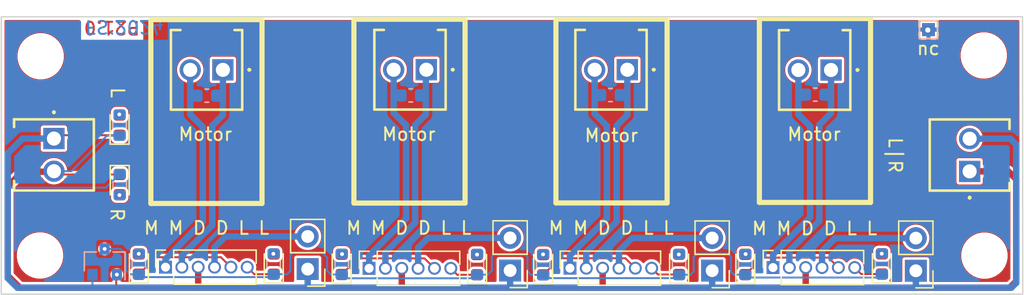
<source format=kicad_pcb>
(kicad_pcb (version 20171130) (host pcbnew "(5.1.12)-1")
  (title_block (title "RTB P21 Module") (date 2024-02-26) (rev 0) (company "Frank Schumacher") (comment 1 "NEM651 tester"))
  (layers (0 F.Cu signal) (31 B.Cu signal) (34 B.Paste user hide) (35 F.Paste user hide) (36 B.SilkS user) (37 F.SilkS user) (38 B.Mask user hide) (39 F.Mask user hide) (44 Edge.Cuts user))
  (net 0 "")
  (net 1 "Net-(D2-Pad1)")
  (net 2 "Net-(D3-Pad1)")
  (net 3 "Net-(D1-Pad3)")
  (net 4 "Net-(D1-Pad2)")
  (net 5 "Net-(D1-Pad1)")
  (net 6 "Net-(D2-Pad2)")
  (net 7 "Net-(D3-Pad2)")
  (net 8 "Net-(D4-Pad1)")
  (net 9 "Net-(D5-Pad1)")
  (net 10 "Net-(D4-Pad2)")
  (net 11 "Net-(D5-Pad2)")
  (net 12 "Net-(D6-Pad2)")
  (net 13 "Net-(D6-Pad1)")
  (net 14 "Net-(D7-Pad2)")
  (net 15 "Net-(D7-Pad1)")
  (net 16 "Net-(J1-Pad4)")
  (net 17 "Net-(D8-Pad2)")
  (net 18 "Net-(D8-Pad1)")
  (net 19 "Net-(D9-Pad2)")
  (net 20 "Net-(D9-Pad1)")
  (net 21 "Net-(J2-Pad4)")
  (net 22 "Net-(J3-Pad4)")
  (net 23 "Net-(J4-Pad4)")
  (net 24 NC)
  (net 25 "Net-(C1-Pad2)")
  (net 26 "Net-(C1-Pad1)")
  (net 27 "Net-(C2-Pad2)")
  (net 28 "Net-(C2-Pad1)")
  (net 29 "Net-(C3-Pad2)")
  (net 30 "Net-(C3-Pad1)")
  (net 31 "Net-(C4-Pad2)")
  (net 32 "Net-(C4-Pad1)")
  (net 33 "Net-(D10-Pad2)")
  (net 34 "Net-(D11-Pad2)")
  (module Resistor_SMD:R_0603_1608Metric (layer B.Cu) (at 90.7 83.87 270)
    (fp_text reference R10 hide)
    (fp_text value 10k)
    (pad 2 smd roundrect (at 0.825 0 270) (size 0.8 0.95) (layers B.Cu B.Paste B.Mask) (net 5 "Net-(D1-Pad1)"))
    (pad 1 smd roundrect (at -0.825 0 270) (size 0.8 0.95) (layers B.Cu B.Paste B.Mask) (net 34 "Net-(D11-Pad2)"))
  )
  (module Resistor_SMD:R_0603_1608Metric (layer B.Cu) (at 90.71 88.5 90)
    (fp_text reference R9 hide)
    (fp_text value 10k)
    (pad 2 smd roundrect (at 0.825 0 90) (size 0.8 0.95) (layers B.Cu B.Paste B.Mask) (net 4 "Net-(D1-Pad2)"))
    (pad 1 smd roundrect (at -0.825 0 90) (size 0.8 0.95) (layers B.Cu B.Paste B.Mask) (net 33 "Net-(D10-Pad2)"))
  )
  (module LED_SMD:LED_0603_1608Metric (layer F.Cu) (at 90.7 83.87 90)
    (fp_text reference D11 hide)
    (fp_text value LED_Small_ALT)
    (pad 2 smd roundrect (at 0.7875 0 90) (size 0.875 0.95) (layers F.Cu F.Paste F.Mask) (net 34 "Net-(D11-Pad2)"))
    (pad 1 smd roundrect (at -0.7875 0 90) (size 0.875 0.95) (layers F.Cu F.Paste F.Mask) (net 4 "Net-(D1-Pad2)"))
  )
  (module LED_SMD:LED_0603_1608Metric (layer F.Cu) (at 90.71 88.5 270)
    (fp_text reference D10 hide)
    (fp_text value LED_Small_ALT)
    (pad 2 smd roundrect (at 0.7875 0 270) (size 0.875 0.95) (layers F.Cu F.Paste F.Mask) (net 33 "Net-(D10-Pad2)"))
    (pad 1 smd roundrect (at -0.7875 0 270) (size 0.875 0.95) (layers F.Cu F.Paste F.Mask) (net 5 "Net-(D1-Pad1)"))
  )
  (module Capacitor_SMD:C_0603_1608Metric (layer B.Cu) (at 144.76 81.5 180)
    (fp_text reference C4 hide)
    (fp_text value 47p)
    (pad 2 smd roundrect (at 0.775 0 180) (size 0.9 0.95) (layers B.Cu B.Paste B.Mask) (net 31 "Net-(C4-Pad2)"))
    (pad 1 smd roundrect (at -0.775 0 180) (size 0.9 0.95) (layers B.Cu B.Paste B.Mask) (net 32 "Net-(C4-Pad1)"))
  )
  (module Capacitor_SMD:C_0603_1608Metric (layer B.Cu) (at 113.33 81.56 180)
    (fp_text reference C3 hide)
    (fp_text value 47p)
    (pad 2 smd roundrect (at 0.775 0 180) (size 0.9 0.95) (layers B.Cu B.Paste B.Mask) (net 29 "Net-(C3-Pad2)"))
    (pad 1 smd roundrect (at -0.775 0 180) (size 0.9 0.95) (layers B.Cu B.Paste B.Mask) (net 30 "Net-(C3-Pad1)"))
  )
  (module Capacitor_SMD:C_0603_1608Metric (layer B.Cu) (at 97.48 81.58 180)
    (fp_text reference C2 hide)
    (fp_text value 47p)
    (pad 2 smd roundrect (at 0.775 0 180) (size 0.9 0.95) (layers B.Cu B.Paste B.Mask) (net 27 "Net-(C2-Pad2)"))
    (pad 1 smd roundrect (at -0.775 0 180) (size 0.9 0.95) (layers B.Cu B.Paste B.Mask) (net 28 "Net-(C2-Pad1)"))
  )
  (module Capacitor_SMD:C_0603_1608Metric (layer B.Cu) (at 128.85 81.53 180)
    (fp_text reference C1 hide)
    (fp_text value 47p)
    (pad 2 smd roundrect (at 0.775 0 180) (size 0.9 0.95) (layers B.Cu B.Paste B.Mask) (net 25 "Net-(C1-Pad2)"))
    (pad 1 smd roundrect (at -0.775 0 180) (size 0.9 0.95) (layers B.Cu B.Paste B.Mask) (net 26 "Net-(C1-Pad1)"))
  )
  (module TestPoint:TestPoint_Pad_1.0x1.0mm (layer B.Cu) (at 153.57 76.45)
    (fp_text reference J16 hide)
    (fp_text value Conn_01x01)
    (pad 1 smd rect (at 0 0) (size 1 1) (layers B.Cu B.Mask) (net 24 NC))
  )
  (module TestPoint:TestPoint_Pad_1.0x1.0mm (layer F.Cu) (at 153.56 76.43)
    (fp_text reference J15 hide)
    (fp_text value Conn_01x01)
    (pad 1 smd rect (at 0 0) (size 1 1) (layers F.Cu F.Mask) (net 24 NC))
  )
  (module Resistor_SMD:R_0603_1608Metric (layer B.Cu) (at 92.2 94.7 270)
    (fp_text reference R8 hide)
    (fp_text value 10k)
    (pad 2 smd roundrect (at 0.825 0 270) (size 0.8 0.95) (layers B.Cu B.Paste B.Mask) (net 3 "Net-(D1-Pad3)"))
    (pad 1 smd roundrect (at -0.825 0 270) (size 0.8 0.95) (layers B.Cu B.Paste B.Mask) (net 19 "Net-(D9-Pad2)"))
  )
  (module Resistor_SMD:R_0603_1608Metric (layer B.Cu) (at 102.67 94.69 270)
    (fp_text reference R7 hide)
    (fp_text value 10k)
    (pad 2 smd roundrect (at 0.825 0 270) (size 0.8 0.95) (layers B.Cu B.Paste B.Mask) (net 3 "Net-(D1-Pad3)"))
    (pad 1 smd roundrect (at -0.825 0 270) (size 0.8 0.95) (layers B.Cu B.Paste B.Mask) (net 17 "Net-(D8-Pad2)"))
  )
  (module Resistor_SMD:R_0603_1608Metric (layer B.Cu) (at 107.97 94.71 270)
    (fp_text reference R6 hide)
    (fp_text value 10k)
    (pad 2 smd roundrect (at 0.825 0 270) (size 0.8 0.95) (layers B.Cu B.Paste B.Mask) (net 3 "Net-(D1-Pad3)"))
    (pad 1 smd roundrect (at -0.825 0 270) (size 0.8 0.95) (layers B.Cu B.Paste B.Mask) (net 14 "Net-(D7-Pad2)"))
  )
  (module Resistor_SMD:R_0603_1608Metric (layer B.Cu) (at 118.48 94.72 270)
    (fp_text reference R5 hide)
    (fp_text value 10k)
    (pad 2 smd roundrect (at 0.825 0 270) (size 0.8 0.95) (layers B.Cu B.Paste B.Mask) (net 3 "Net-(D1-Pad3)"))
    (pad 1 smd roundrect (at -0.825 0 270) (size 0.8 0.95) (layers B.Cu B.Paste B.Mask) (net 12 "Net-(D6-Pad2)"))
  )
  (module Resistor_SMD:R_0603_1608Metric (layer B.Cu) (at 139.32 94.72 270)
    (fp_text reference R4 hide)
    (fp_text value 10k)
    (pad 2 smd roundrect (at 0.825 0 270) (size 0.8 0.95) (layers B.Cu B.Paste B.Mask) (net 3 "Net-(D1-Pad3)"))
    (pad 1 smd roundrect (at -0.825 0 270) (size 0.8 0.95) (layers B.Cu B.Paste B.Mask) (net 11 "Net-(D5-Pad2)"))
  )
  (module Resistor_SMD:R_0603_1608Metric (layer B.Cu) (at 149.95 94.68 270)
    (fp_text reference R3 hide)
    (fp_text value 10k)
    (pad 2 smd roundrect (at 0.825 0 270) (size 0.8 0.95) (layers B.Cu B.Paste B.Mask) (net 3 "Net-(D1-Pad3)"))
    (pad 1 smd roundrect (at -0.825 0 270) (size 0.8 0.95) (layers B.Cu B.Paste B.Mask) (net 10 "Net-(D4-Pad2)"))
  )
  (module Resistor_SMD:R_0603_1608Metric (layer B.Cu) (at 123.62 94.74 270)
    (fp_text reference R2 hide)
    (fp_text value 10k)
    (pad 2 smd roundrect (at 0.825 0 270) (size 0.8 0.95) (layers B.Cu B.Paste B.Mask) (net 3 "Net-(D1-Pad3)"))
    (pad 1 smd roundrect (at -0.825 0 270) (size 0.8 0.95) (layers B.Cu B.Paste B.Mask) (net 7 "Net-(D3-Pad2)"))
  )
  (module Resistor_SMD:R_0603_1608Metric (layer B.Cu) (at 134.18 94.73 270)
    (fp_text reference R1 hide)
    (fp_text value 10k)
    (pad 2 smd roundrect (at 0.825 0 270) (size 0.8 0.95) (layers B.Cu B.Paste B.Mask) (net 3 "Net-(D1-Pad3)"))
    (pad 1 smd roundrect (at -0.825 0 270) (size 0.8 0.95) (layers B.Cu B.Paste B.Mask) (net 6 "Net-(D2-Pad2)"))
  )
  (module RTB:1725656 (layer F.Cu) (at 145.99 79.58 180)
    (fp_text reference J14 hide)
    (fp_text value Conn_01x03_Male hide)
    (pad 2 thru_hole circle (at 2.54 0 180) (size 1.65 1.65) (drill 1.1) (layers *.Cu *.Mask) (net 31 "Net-(C4-Pad2)"))
    (pad 1 thru_hole rect (at 0 0 180) (size 1.65 1.65) (drill 1.1) (layers *.Cu *.Mask) (net 32 "Net-(C4-Pad1)"))
  )
  (module RTB:1725656 (layer F.Cu) (at 114.54 79.56 180)
    (fp_text reference J13 hide)
    (fp_text value Conn_01x03_Male hide)
    (pad 2 thru_hole circle (at 2.54 0 180) (size 1.65 1.65) (drill 1.1) (layers *.Cu *.Mask) (net 29 "Net-(C3-Pad2)"))
    (pad 1 thru_hole rect (at 0 0 180) (size 1.65 1.65) (drill 1.1) (layers *.Cu *.Mask) (net 30 "Net-(C3-Pad1)"))
  )
  (module RTB:1725656 (layer F.Cu) (at 98.73 79.57 180)
    (fp_text reference J12 hide)
    (fp_text value Conn_01x03_Male hide)
    (pad 2 thru_hole circle (at 2.54 0 180) (size 1.65 1.65) (drill 1.1) (layers *.Cu *.Mask) (net 27 "Net-(C2-Pad2)"))
    (pad 1 thru_hole rect (at 0 0 180) (size 1.65 1.65) (drill 1.1) (layers *.Cu *.Mask) (net 28 "Net-(C2-Pad1)"))
  )
  (module RTB:1725656 (layer F.Cu) (at 130.16 79.56 180)
    (fp_text reference J11 hide)
    (fp_text value Conn_01x03_Male hide)
    (pad 2 thru_hole circle (at 2.54 0 180) (size 1.65 1.65) (drill 1.1) (layers *.Cu *.Mask) (net 25 "Net-(C1-Pad2)"))
    (pad 1 thru_hole rect (at 0 0 180) (size 1.65 1.65) (drill 1.1) (layers *.Cu *.Mask) (net 26 "Net-(C1-Pad1)"))
  )
  (module Connector_PinHeader_2.54mm:PinHeader_1x02_P2.54mm_Vertical (layer F.Cu) (at 136.75 95.2 180)
    (fp_text reference J8 hide)
    (fp_text value Conn_01x02)
    (pad 2 thru_hole oval (at 0 2.54 180) (size 1.7 1.7) (drill 1) (layers *.Cu *.Mask) (net 22 "Net-(J3-Pad4)"))
    (pad 1 thru_hole rect (at 0 0 180) (size 1.7 1.7) (drill 1) (layers *.Cu *.Mask) (net 4 "Net-(D1-Pad2)"))
  )
  (module Connector_PinHeader_2.54mm:PinHeader_1x02_P2.54mm_Vertical (layer F.Cu) (at 152.58 95.21 180)
    (fp_text reference J7 hide)
    (fp_text value Conn_01x02)
    (pad 2 thru_hole oval (at 0 2.54 180) (size 1.7 1.7) (drill 1) (layers *.Cu *.Mask) (net 21 "Net-(J2-Pad4)"))
    (pad 1 thru_hole rect (at 0 0 180) (size 1.7 1.7) (drill 1) (layers *.Cu *.Mask) (net 4 "Net-(D1-Pad2)"))
  )
  (module Connector_PinHeader_2.54mm:PinHeader_1x02_P2.54mm_Vertical (layer F.Cu) (at 121.05 95.19 180)
    (fp_text reference J6 hide)
    (fp_text value Conn_01x02)
    (pad 2 thru_hole oval (at 0 2.54 180) (size 1.7 1.7) (drill 1) (layers *.Cu *.Mask) (net 16 "Net-(J1-Pad4)"))
    (pad 1 thru_hole rect (at 0 0 180) (size 1.7 1.7) (drill 1) (layers *.Cu *.Mask) (net 4 "Net-(D1-Pad2)"))
  )
  (module Connector_PinHeader_2.54mm:PinHeader_1x02_P2.54mm_Vertical (layer F.Cu) (at 105.32 95.08 180)
    (fp_text reference J5 hide)
    (fp_text value Conn_01x02)
    (pad 2 thru_hole oval (at 0 2.54 180) (size 1.7 1.7) (drill 1) (layers *.Cu *.Mask) (net 23 "Net-(J4-Pad4)"))
    (pad 1 thru_hole rect (at 0 0 180) (size 1.7 1.7) (drill 1) (layers *.Cu *.Mask) (net 4 "Net-(D1-Pad2)"))
  )
  (module Connector_PinSocket_1.27mm:PinSocket_1x06_P1.27mm_Vertical (layer F.Cu) (at 94.27 94.93 90)
    (fp_text reference J4 hide)
    (fp_text value "NEM 651")
    (pad 6 thru_hole oval (at 0 6.35 90) (size 1 1) (drill 0.7) (layers *.Cu *.Mask) (net 18 "Net-(D8-Pad1)"))
    (pad 5 thru_hole oval (at 0 5.08 90) (size 1 1) (drill 0.7) (layers *.Cu *.Mask) (net 20 "Net-(D9-Pad1)"))
    (pad 4 thru_hole oval (at 0 3.81 90) (size 1 1) (drill 0.7) (layers *.Cu *.Mask) (net 23 "Net-(J4-Pad4)"))
    (pad 3 thru_hole oval (at 0 2.54 90) (size 1 1) (drill 0.7) (layers *.Cu *.Mask) (net 5 "Net-(D1-Pad1)"))
    (pad 2 thru_hole oval (at 0 1.27 90) (size 1 1) (drill 0.7) (layers *.Cu *.Mask) (net 28 "Net-(C2-Pad1)"))
    (pad 1 thru_hole rect (at 0 0 90) (size 1 1) (drill 0.7) (layers *.Cu *.Mask) (net 27 "Net-(C2-Pad2)"))
  )
  (module LED_SMD:LED_0603_1608Metric (layer F.Cu) (at 92.2 94.69 90)
    (fp_text reference D9 hide)
    (fp_text value LED_Small_ALT)
    (pad 2 smd roundrect (at 0.7875 0 90) (size 0.875 0.95) (layers F.Cu F.Paste F.Mask) (net 19 "Net-(D9-Pad2)"))
    (pad 1 smd roundrect (at -0.7875 0 90) (size 0.875 0.95) (layers F.Cu F.Paste F.Mask) (net 20 "Net-(D9-Pad1)"))
  )
  (module LED_SMD:LED_0603_1608Metric (layer F.Cu) (at 102.68 94.69 90)
    (fp_text reference D8 hide)
    (fp_text value LED_Small_ALT)
    (pad 2 smd roundrect (at 0.7875 0 90) (size 0.875 0.95) (layers F.Cu F.Paste F.Mask) (net 17 "Net-(D8-Pad2)"))
    (pad 1 smd roundrect (at -0.7875 0 90) (size 0.875 0.95) (layers F.Cu F.Paste F.Mask) (net 18 "Net-(D8-Pad1)"))
  )
  (module Connector_PinSocket_1.27mm:PinSocket_1x06_P1.27mm_Vertical (layer F.Cu) (at 110.09 95.02 90)
    (fp_text reference J1 hide)
    (fp_text value "NEM 651")
    (pad 6 thru_hole oval (at 0 6.35 90) (size 1 1) (drill 0.7) (layers *.Cu *.Mask) (net 13 "Net-(D6-Pad1)"))
    (pad 5 thru_hole oval (at 0 5.08 90) (size 1 1) (drill 0.7) (layers *.Cu *.Mask) (net 15 "Net-(D7-Pad1)"))
    (pad 4 thru_hole oval (at 0 3.81 90) (size 1 1) (drill 0.7) (layers *.Cu *.Mask) (net 16 "Net-(J1-Pad4)"))
    (pad 3 thru_hole oval (at 0 2.54 90) (size 1 1) (drill 0.7) (layers *.Cu *.Mask) (net 5 "Net-(D1-Pad1)"))
    (pad 2 thru_hole oval (at 0 1.27 90) (size 1 1) (drill 0.7) (layers *.Cu *.Mask) (net 30 "Net-(C3-Pad1)"))
    (pad 1 thru_hole rect (at 0 0 90) (size 1 1) (drill 0.7) (layers *.Cu *.Mask) (net 29 "Net-(C3-Pad2)"))
  )
  (module LED_SMD:LED_0603_1608Metric (layer F.Cu) (at 107.96 94.7125 90)
    (fp_text reference D7 hide)
    (fp_text value LED_Small_ALT)
    (pad 2 smd roundrect (at 0.7875 0 90) (size 0.875 0.95) (layers F.Cu F.Paste F.Mask) (net 14 "Net-(D7-Pad2)"))
    (pad 1 smd roundrect (at -0.7875 0 90) (size 0.875 0.95) (layers F.Cu F.Paste F.Mask) (net 15 "Net-(D7-Pad1)"))
  )
  (module LED_SMD:LED_0603_1608Metric (layer F.Cu) (at 118.48 94.7325 90)
    (fp_text reference D6 hide)
    (fp_text value LED_Small_ALT)
    (pad 2 smd roundrect (at 0.7875 0 90) (size 0.875 0.95) (layers F.Cu F.Paste F.Mask) (net 12 "Net-(D6-Pad2)"))
    (pad 1 smd roundrect (at -0.7875 0 90) (size 0.875 0.95) (layers F.Cu F.Paste F.Mask) (net 13 "Net-(D6-Pad1)"))
  )
  (module LED_SMD:LED_0603_1608Metric (layer F.Cu) (at 139.33 94.72 90)
    (fp_text reference D5 hide)
    (fp_text value LED_Small_ALT)
    (pad 2 smd roundrect (at 0.7875 0 90) (size 0.875 0.95) (layers F.Cu F.Paste F.Mask) (net 11 "Net-(D5-Pad2)"))
    (pad 1 smd roundrect (at -0.7875 0 90) (size 0.875 0.95) (layers F.Cu F.Paste F.Mask) (net 9 "Net-(D5-Pad1)"))
  )
  (module LED_SMD:LED_0603_1608Metric (layer F.Cu) (at 149.94 94.68 90)
    (fp_text reference D4 hide)
    (fp_text value LED_Small_ALT)
    (pad 2 smd roundrect (at 0.7875 0 90) (size 0.875 0.95) (layers F.Cu F.Paste F.Mask) (net 10 "Net-(D4-Pad2)"))
    (pad 1 smd roundrect (at -0.7875 0 90) (size 0.875 0.95) (layers F.Cu F.Paste F.Mask) (net 8 "Net-(D4-Pad1)"))
  )
  (module Package_TO_SOT_SMD:SOT-23 (layer B.Cu) (at 89.54 94.51 90)
    (fp_text reference D1 hide)
    (fp_text value BAT54C)
    (pad 3 smd rect (at 1 0 90) (size 0.9 0.8) (layers B.Cu B.Paste B.Mask) (net 3 "Net-(D1-Pad3)"))
    (pad 2 smd rect (at -1 -0.95 90) (size 0.9 0.8) (layers B.Cu B.Paste B.Mask) (net 4 "Net-(D1-Pad2)"))
    (pad 1 smd rect (at -1 0.95 90) (size 0.9 0.8) (layers B.Cu B.Paste B.Mask) (net 5 "Net-(D1-Pad1)"))
  )
  (module LED_SMD:LED_0603_1608Metric (layer F.Cu) (at 123.62 94.74 90)
    (fp_text reference D3 hide)
    (fp_text value LED_Small_ALT)
    (pad 2 smd roundrect (at 0.7875 0 90) (size 0.875 0.95) (layers F.Cu F.Paste F.Mask) (net 7 "Net-(D3-Pad2)"))
    (pad 1 smd roundrect (at -0.7875 0 90) (size 0.875 0.95) (layers F.Cu F.Paste F.Mask) (net 2 "Net-(D3-Pad1)"))
  )
  (module LED_SMD:LED_0603_1608Metric (layer F.Cu) (at 134.18 94.71 90)
    (fp_text reference D2 hide)
    (fp_text value LED_Small_ALT)
    (pad 2 smd roundrect (at 0.7875 0 90) (size 0.875 0.95) (layers F.Cu F.Paste F.Mask) (net 6 "Net-(D2-Pad2)"))
    (pad 1 smd roundrect (at -0.7875 0 90) (size 0.875 0.95) (layers F.Cu F.Paste F.Mask) (net 1 "Net-(D2-Pad1)"))
  )
  (module RTB:1725656 (layer F.Cu) (at 85.6 84.92 270)
    (fp_text reference J10 hide)
    (fp_text value DCC hide)
    (pad 2 thru_hole circle (at 2.54 0 270) (size 1.65 1.65) (drill 1.1) (layers *.Cu *.Mask) (net 5 "Net-(D1-Pad1)"))
    (pad 1 thru_hole rect (at 0 0 270) (size 1.65 1.65) (drill 1.1) (layers *.Cu *.Mask) (net 4 "Net-(D1-Pad2)"))
  )
  (module RTB:1725656 (layer F.Cu) (at 156.76 87.47 90)
    (fp_text reference J9 hide)
    (fp_text value DCC hide)
    (pad 2 thru_hole circle (at 2.54 0 90) (size 1.65 1.65) (drill 1.1) (layers *.Cu *.Mask) (net 4 "Net-(D1-Pad2)"))
    (pad 1 thru_hole rect (at 0 0 90) (size 1.65 1.65) (drill 1.1) (layers *.Cu *.Mask) (net 5 "Net-(D1-Pad1)"))
  )
  (module Connector_PinSocket_1.27mm:PinSocket_1x06_P1.27mm_Vertical (layer F.Cu) (at 125.7 95.01 90)
    (fp_text reference J3 hide)
    (fp_text value "NEM 651")
    (pad 6 thru_hole oval (at 0 6.35 90) (size 1 1) (drill 0.7) (layers *.Cu *.Mask) (net 1 "Net-(D2-Pad1)"))
    (pad 5 thru_hole oval (at 0 5.08 90) (size 1 1) (drill 0.7) (layers *.Cu *.Mask) (net 2 "Net-(D3-Pad1)"))
    (pad 4 thru_hole oval (at 0 3.81 90) (size 1 1) (drill 0.7) (layers *.Cu *.Mask) (net 22 "Net-(J3-Pad4)"))
    (pad 3 thru_hole oval (at 0 2.54 90) (size 1 1) (drill 0.7) (layers *.Cu *.Mask) (net 5 "Net-(D1-Pad1)"))
    (pad 2 thru_hole oval (at 0 1.27 90) (size 1 1) (drill 0.7) (layers *.Cu *.Mask) (net 26 "Net-(C1-Pad1)"))
    (pad 1 thru_hole rect (at 0 0 90) (size 1 1) (drill 0.7) (layers *.Cu *.Mask) (net 25 "Net-(C1-Pad2)"))
  )
  (module Connector_PinSocket_1.27mm:PinSocket_1x06_P1.27mm_Vertical (layer F.Cu) (at 141.48 94.96 90)
    (fp_text reference J2 hide)
    (fp_text value "NEM 651")
    (pad 6 thru_hole oval (at 0 6.35 90) (size 1 1) (drill 0.7) (layers *.Cu *.Mask) (net 8 "Net-(D4-Pad1)"))
    (pad 5 thru_hole oval (at 0 5.08 90) (size 1 1) (drill 0.7) (layers *.Cu *.Mask) (net 9 "Net-(D5-Pad1)"))
    (pad 4 thru_hole oval (at 0 3.81 90) (size 1 1) (drill 0.7) (layers *.Cu *.Mask) (net 21 "Net-(J2-Pad4)"))
    (pad 3 thru_hole oval (at 0 2.54 90) (size 1 1) (drill 0.7) (layers *.Cu *.Mask) (net 5 "Net-(D1-Pad1)"))
    (pad 2 thru_hole oval (at 0 1.27 90) (size 1 1) (drill 0.7) (layers *.Cu *.Mask) (net 32 "Net-(C4-Pad1)"))
    (pad 1 thru_hole rect (at 0 0 90) (size 1 1) (drill 0.7) (layers *.Cu *.Mask) (net 31 "Net-(C4-Pad2)"))
  )
  (module MountingHole:MountingHole_3.2mm_M3_DIN965 (layer F.Cu) (at 84.5693 78.5114)
    (fp_text reference H1 hide)
    (fp_text value MountingHole)
    (pad 1 np_thru_hole circle (at 0 0) (size 3.2 3.2) (drill 3.2) (layers *.Cu *.Mask))
  )
  (module MountingHole:MountingHole_3.2mm_M3_DIN965 (layer F.Cu) (at 157.861 78.4479)
    (fp_text reference H3 hide)
    (fp_text value MountingHole)
    (pad 1 np_thru_hole circle (at 0 0) (size 3.2 3.2) (drill 3.2) (layers *.Cu *.Mask))
  )
  (module MountingHole:MountingHole_3.2mm_M3_DIN965 (layer F.Cu) (at 157.9118 94.0308)
    (fp_text reference H4 hide)
    (fp_text value MountingHole)
    (pad 1 np_thru_hole circle (at 0 0) (size 3.2 3.2) (drill 3.2) (layers *.Cu *.Mask))
  )
  (module MountingHole:MountingHole_3.2mm_M3_DIN965 (layer F.Cu) (at 84.5185 94.0181)
    (fp_text reference H2 hide)
    (fp_text value MountingHole)
    (pad 1 np_thru_hole circle (at 0 0) (size 3.2 3.2) (drill 3.2) (layers *.Cu *.Mask))
  )
  (gr_text R (at 90.51 90.84 -90) (layer F.SilkS) (effects (font (size 1 1))))
  (gr_text L (at 90.54 81.34 -90) (layer F.SilkS) (effects (font (size 1 1))))
  (gr_line (start 149.06 75.58) (end 140.42 75.58) (layer F.SilkS) (width 0.4))
  (gr_line (start 140.42 75.58) (end 140.42 89.89) (layer F.SilkS) (width 0.4))
  (gr_line (start 140.42 89.89) (end 149.06 89.89) (layer F.SilkS) (width 0.4))
  (gr_line (start 149.06 89.89) (end 149.06 75.58) (layer F.SilkS) (width 0.4))
  (gr_line (start 133.25 89.93) (end 133.25 75.62) (layer F.SilkS) (width 0.4))
  (gr_line (start 124.61 89.93) (end 133.25 89.93) (layer F.SilkS) (width 0.4))
  (gr_line (start 124.61 75.62) (end 124.61 89.93) (layer F.SilkS) (width 0.4))
  (gr_line (start 133.25 75.62) (end 124.61 75.62) (layer F.SilkS) (width 0.4))
  (gr_line (start 117.55 89.94) (end 117.55 75.63) (layer F.SilkS) (width 0.4))
  (gr_line (start 108.91 75.63) (end 108.91 89.94) (layer F.SilkS) (width 0.4))
  (gr_line (start 108.91 89.94) (end 117.55 89.94) (layer F.SilkS) (width 0.4))
  (gr_line (start 117.55 75.63) (end 108.91 75.63) (layer F.SilkS) (width 0.4))
  (gr_line (start 93.13 75.66) (end 93.13 89.97) (layer F.SilkS) (width 0.4))
  (gr_line (start 101.77 75.66) (end 93.13 75.66) (layer F.SilkS) (width 0.4))
  (gr_line (start 101.77 89.97) (end 101.77 75.66) (layer F.SilkS) (width 0.4))
  (gr_line (start 93.13 89.97) (end 101.77 89.97) (layer F.SilkS) (width 0.4))
  (gr_text nc (at 153.55 77.9) (layer F.SilkS) (effects (font (size 1 1))))
  (gr_text "M M D D L L" (at 144.71 91.92) (layer F.SilkS) (effects (font (size 1 1))))
  (gr_text "M M D D L L" (at 128.91 91.88) (layer F.SilkS) (effects (font (size 1 1))))
  (gr_text "M M D D L L" (at 113.18 91.88) (layer F.SilkS) (effects (font (size 1 1))))
  (gr_text "M M D D L L" (at 97.46 91.88) (layer F.SilkS) (effects (font (size 1 1))))
  (gr_text Motor (at 97.36 84.58) (layer F.SilkS) (effects (font (size 1 1))))
  (gr_text Motor (at 113.18 84.58) (layer F.SilkS) (effects (font (size 1 1))))
  (gr_text Motor (at 128.92 84.68) (layer F.SilkS) (effects (font (size 1 1))))
  (gr_text Motor (at 144.67 84.58) (layer F.SilkS) (effects (font (size 1 1))))
  (gr_text L|R (at 150.98 86.21 -90) (layer F.SilkS) (effects (font (size 1 1))))
  (gr_text P21.0 (at 90.1 76.28 180) (layer F.Cu) (effects (font (size 1 1))))
  (gr_text FS'2024 (at 91.08 76.22 180) (layer B.Cu) (effects (font (size 1 1)) (justify mirror)))
  (gr_line (start 160.8709 75.438) (end 160.8836 97.028) (layer Edge.Cuts) (width 0.1))
  (gr_line (start 81.5086 75.438) (end 160.8709 75.438) (layer Edge.Cuts) (width 0.1))
  (gr_line (start 81.5086 97.028) (end 81.5086 75.438) (layer Edge.Cuts) (width 0.1))
  (gr_line (start 160.8836 97.028) (end 81.5086 97.028) (layer Edge.Cuts) (width 0.1))
  (via (at 90.69 89.32) (size 0.6) (drill 0.3) (layers F.Cu B.Cu) (net 33))
  (via (at 90.68 83.04) (size 0.6) (drill 0.3) (layers F.Cu B.Cu) (net 34))
  (segment (start 132.5375 95.4975) (end 132.05 95.01) (width 0.15) (layer F.Cu) (net 1))
  (segment (start 134.18 95.4975) (end 132.5375 95.4975) (width 0.15) (layer F.Cu) (net 1))
  (segment (start 124.912501 94.234999) (end 123.62 95.5275) (width 0.15) (layer F.Cu) (net 2))
  (segment (start 130.004999 94.234999) (end 124.912501 94.234999) (width 0.15) (layer F.Cu) (net 2))
  (segment (start 130.78 95.01) (end 130.004999 94.234999) (width 0.15) (layer F.Cu) (net 2))
  (segment (start 89.54 93.51) (end 89.54 93.51) (width 0.15) (layer B.Cu) (net 3))
  (segment (start 90.77 93.51) (end 91.21 93.95) (width 0.15) (layer B.Cu) (net 3))
  (segment (start 91.21 93.95) (end 91.21 95.17) (width 0.15) (layer B.Cu) (net 3))
  (segment (start 91.5275 95.4875) (end 92.2 95.4875) (width 0.15) (layer B.Cu) (net 3))
  (segment (start 91.21 95.17) (end 91.5275 95.4875) (width 0.15) (layer B.Cu) (net 3))
  (segment (start 102.442499 95.705001) (end 102.67 95.4775) (width 0.15) (layer B.Cu) (net 3))
  (segment (start 92.417501 95.705001) (end 102.442499 95.705001) (width 0.15) (layer B.Cu) (net 3))
  (segment (start 92.2 95.4875) (end 92.417501 95.705001) (width 0.15) (layer B.Cu) (net 3))
  (segment (start 102.67 95.4775) (end 103.7125 95.4775) (width 0.15) (layer B.Cu) (net 3))
  (segment (start 103.7125 95.4775) (end 103.97 95.22) (width 0.15) (layer B.Cu) (net 3))
  (segment (start 103.97 95.22) (end 103.97 94) (width 0.15) (layer B.Cu) (net 3))
  (segment (start 103.97 94) (end 104.21 93.76) (width 0.15) (layer B.Cu) (net 3))
  (segment (start 104.21 93.76) (end 106.41 93.76) (width 0.15) (layer B.Cu) (net 3))
  (segment (start 106.41 93.76) (end 106.83 94.18) (width 0.15) (layer B.Cu) (net 3))
  (segment (start 106.83 94.18) (end 106.83 95.22) (width 0.15) (layer B.Cu) (net 3))
  (segment (start 107.1075 95.4975) (end 107.97 95.4975) (width 0.15) (layer B.Cu) (net 3))
  (segment (start 106.83 95.22) (end 107.1075 95.4975) (width 0.15) (layer B.Cu) (net 3))
  (segment (start 118.192499 95.795001) (end 118.48 95.5075) (width 0.15) (layer B.Cu) (net 3))
  (segment (start 108.267501 95.795001) (end 118.192499 95.795001) (width 0.15) (layer B.Cu) (net 3))
  (segment (start 107.97 95.4975) (end 108.267501 95.795001) (width 0.15) (layer B.Cu) (net 3))
  (segment (start 133.912499 95.785001) (end 134.18 95.5175) (width 0.15) (layer B.Cu) (net 3))
  (segment (start 123.877501 95.785001) (end 133.912499 95.785001) (width 0.15) (layer B.Cu) (net 3))
  (segment (start 123.62 95.5275) (end 123.877501 95.785001) (width 0.15) (layer B.Cu) (net 3))
  (segment (start 149.682499 95.735001) (end 149.95 95.4675) (width 0.15) (layer B.Cu) (net 3))
  (segment (start 139.547501 95.735001) (end 149.682499 95.735001) (width 0.15) (layer B.Cu) (net 3))
  (segment (start 139.32 95.5075) (end 139.547501 95.735001) (width 0.15) (layer B.Cu) (net 3))
  (segment (start 134.18 95.5175) (end 135.0625 95.5175) (width 0.15) (layer B.Cu) (net 3))
  (segment (start 135.0625 95.5175) (end 135.32 95.26) (width 0.15) (layer B.Cu) (net 3))
  (segment (start 135.32 95.26) (end 135.32 94.13) (width 0.15) (layer B.Cu) (net 3))
  (segment (start 135.32 94.13) (end 135.58 93.87) (width 0.15) (layer B.Cu) (net 3))
  (segment (start 135.58 93.87) (end 137.98 93.87) (width 0.15) (layer B.Cu) (net 3))
  (segment (start 137.98 93.87) (end 138.21 94.1) (width 0.15) (layer B.Cu) (net 3))
  (segment (start 138.21 94.1) (end 138.21 95.28) (width 0.15) (layer B.Cu) (net 3))
  (segment (start 138.4375 95.5075) (end 139.32 95.5075) (width 0.15) (layer B.Cu) (net 3))
  (segment (start 138.21 95.28) (end 138.4375 95.5075) (width 0.15) (layer B.Cu) (net 3))
  (segment (start 118.48 95.5075) (end 119.3125 95.5075) (width 0.15) (layer B.Cu) (net 3))
  (segment (start 119.3125 95.5075) (end 119.64 95.18) (width 0.15) (layer B.Cu) (net 3))
  (segment (start 119.64 95.18) (end 119.64 94.06) (width 0.15) (layer B.Cu) (net 3))
  (segment (start 119.64 94.06) (end 119.76 93.94) (width 0.15) (layer B.Cu) (net 3))
  (segment (start 119.76 93.94) (end 122.23 93.94) (width 0.15) (layer B.Cu) (net 3))
  (segment (start 122.23 93.94) (end 122.4 94.11) (width 0.15) (layer B.Cu) (net 3))
  (segment (start 122.4 94.11) (end 122.4 95.26) (width 0.15) (layer B.Cu) (net 3))
  (segment (start 122.6675 95.5275) (end 123.62 95.5275) (width 0.15) (layer B.Cu) (net 3))
  (segment (start 122.4 95.26) (end 122.6675 95.5275) (width 0.15) (layer B.Cu) (net 3))
  (segment (start 89.54 93.51) (end 90.77 93.51) (width 0.15) (layer B.Cu) (net 3))
  (via (at 89.54 93.51) (size 0.6) (drill 0.3) (layers F.Cu B.Cu) (net 3))
  (segment (start 159.93 84.93) (end 156.76 84.93) (width 0.5) (layer B.Cu) (net 4))
  (segment (start 160.383072 96.146929) (end 160.376738 85.376738) (width 0.5) (layer B.Cu) (net 4))
  (segment (start 160.00201 96.52799) (end 160.383072 96.146929) (width 0.5) (layer B.Cu) (net 4))
  (segment (start 82.00861 95.77861) (end 82.75799 96.52799) (width 0.5) (layer B.Cu) (net 4))
  (segment (start 83.15861 84.92) (end 82.00861 86.07) (width 0.5) (layer B.Cu) (net 4))
  (segment (start 160.376738 85.376738) (end 159.93 84.93) (width 0.5) (layer B.Cu) (net 4))
  (segment (start 85.6 84.92) (end 83.15861 84.92) (width 0.5) (layer B.Cu) (net 4))
  (segment (start 143.96201 96.52799) (end 160.00201 96.52799) (width 0.5) (layer B.Cu) (net 4))
  (segment (start 128.24201 96.52799) (end 143.96201 96.52799) (width 0.5) (layer B.Cu) (net 4))
  (segment (start 112.68799 96.52799) (end 128.24201 96.52799) (width 0.5) (layer B.Cu) (net 4))
  (segment (start 90.35201 96.52799) (end 96.66201 96.52799) (width 0.5) (layer B.Cu) (net 4))
  (segment (start 88.59 96.43) (end 88.68799 96.52799) (width 0.15) (layer B.Cu) (net 4))
  (segment (start 88.59 95.51) (end 88.59 96.43) (width 0.15) (layer B.Cu) (net 4))
  (segment (start 88.68799 96.52799) (end 90.35201 96.52799) (width 0.5) (layer B.Cu) (net 4))
  (segment (start 82.75799 96.52799) (end 88.68799 96.52799) (width 0.5) (layer B.Cu) (net 4))
  (segment (start 105.32 96.36598) (end 105.15799 96.52799) (width 0.5) (layer B.Cu) (net 4))
  (segment (start 105.32 95.08) (end 105.32 96.36598) (width 0.5) (layer B.Cu) (net 4))
  (segment (start 105.15799 96.52799) (end 112.68799 96.52799) (width 0.5) (layer B.Cu) (net 4))
  (segment (start 96.66201 96.52799) (end 105.15799 96.52799) (width 0.5) (layer B.Cu) (net 4))
  (segment (start 136.75 95.2) (end 136.75 96.52799) (width 0.5) (layer B.Cu) (net 4))
  (segment (start 121.05 95.19) (end 121.05 96.52799) (width 0.5) (layer B.Cu) (net 4))
  (segment (start 152.58 95.21) (end 152.58 96.44) (width 0.5) (layer B.Cu) (net 4))
  (segment (start 89.64361 88.74139) (end 82.00861 88.74139) (width 0.15) (layer B.Cu) (net 4))
  (segment (start 90.71 87.675) (end 89.64361 88.74139) (width 0.15) (layer B.Cu) (net 4))
  (segment (start 82.00861 88.74139) (end 82.00861 95.77861) (width 0.5) (layer B.Cu) (net 4))
  (segment (start 82.00861 86.07) (end 82.00861 88.74139) (width 0.5) (layer B.Cu) (net 4))
  (segment (start 85.8625 84.6575) (end 85.6 84.92) (width 0.15) (layer F.Cu) (net 4))
  (segment (start 90.7 84.6575) (end 85.8625 84.6575) (width 0.15) (layer F.Cu) (net 4))
  (segment (start 85.56 87.5) (end 85.6 87.46) (width 0.5) (layer F.Cu) (net 5))
  (segment (start 82.00861 95.58861) (end 82.00861 88.63139) (width 0.5) (layer F.Cu) (net 5))
  (segment (start 82.94799 96.52799) (end 82.00861 95.58861) (width 0.5) (layer F.Cu) (net 5))
  (segment (start 83.14 87.5) (end 85.56 87.5) (width 0.5) (layer F.Cu) (net 5))
  (segment (start 82.00861 88.63139) (end 83.14 87.5) (width 0.5) (layer F.Cu) (net 5))
  (segment (start 160.378338 96.021662) (end 159.87201 96.52799) (width 0.5) (layer F.Cu) (net 5))
  (segment (start 160.378191 88.098191) (end 160.378338 88.098338) (width 0.5) (layer F.Cu) (net 5))
  (segment (start 160.378191 88.08) (end 160.378191 88.098191) (width 0.5) (layer F.Cu) (net 5))
  (segment (start 160.378338 88.098338) (end 160.378338 96.021662) (width 0.5) (layer F.Cu) (net 5))
  (segment (start 159.768191 87.47) (end 160.378191 88.08) (width 0.5) (layer F.Cu) (net 5))
  (segment (start 156.76 87.47) (end 159.768191 87.47) (width 0.5) (layer F.Cu) (net 5))
  (segment (start 105.47799 96.52799) (end 100.31799 96.52799) (width 0.5) (layer F.Cu) (net 5))
  (segment (start 121.02201 96.52799) (end 114.69201 96.52799) (width 0.5) (layer F.Cu) (net 5))
  (segment (start 129.09201 96.52799) (end 121.02201 96.52799) (width 0.5) (layer F.Cu) (net 5))
  (segment (start 136.76201 96.52799) (end 129.09201 96.52799) (width 0.5) (layer F.Cu) (net 5))
  (segment (start 152.59201 96.52799) (end 144.56799 96.52799) (width 0.5) (layer F.Cu) (net 5))
  (segment (start 159.87201 96.52799) (end 152.59201 96.52799) (width 0.5) (layer F.Cu) (net 5))
  (segment (start 143.47799 96.52799) (end 136.76201 96.52799) (width 0.5) (layer F.Cu) (net 5))
  (segment (start 88.62799 96.52799) (end 82.94799 96.52799) (width 0.5) (layer F.Cu) (net 5))
  (via (at 90.49 95.51) (size 0.6) (drill 0.3) (layers F.Cu B.Cu) (net 5))
  (segment (start 90.44201 95.55799) (end 90.49 95.51) (width 0.15) (layer F.Cu) (net 5))
  (segment (start 90.44201 96.52799) (end 90.44201 95.55799) (width 0.15) (layer F.Cu) (net 5))
  (segment (start 90.44201 96.52799) (end 88.62799 96.52799) (width 0.5) (layer F.Cu) (net 5))
  (segment (start 96.81 96.49) (end 96.84799 96.52799) (width 0.5) (layer F.Cu) (net 5))
  (segment (start 96.81 94.93) (end 96.81 96.49) (width 0.5) (layer F.Cu) (net 5))
  (segment (start 96.84799 96.52799) (end 90.44201 96.52799) (width 0.5) (layer F.Cu) (net 5))
  (segment (start 101.40799 96.52799) (end 96.84799 96.52799) (width 0.5) (layer F.Cu) (net 5))
  (segment (start 144.02 96.39598) (end 143.88799 96.52799) (width 0.5) (layer F.Cu) (net 5))
  (segment (start 143.88799 96.52799) (end 144.52798 96.52799) (width 0.5) (layer F.Cu) (net 5))
  (segment (start 144.02 94.96) (end 144.02 96.39598) (width 0.5) (layer F.Cu) (net 5))
  (segment (start 143.47799 96.52799) (end 143.88799 96.52799) (width 0.5) (layer F.Cu) (net 5))
  (segment (start 128.24 95.01) (end 128.24 96.44799) (width 0.5) (layer F.Cu) (net 5))
  (segment (start 112.63 96.34598) (end 112.81201 96.52799) (width 0.5) (layer F.Cu) (net 5))
  (segment (start 112.63 95.02) (end 112.63 96.34598) (width 0.5) (layer F.Cu) (net 5))
  (segment (start 112.81201 96.52799) (end 105.47799 96.52799) (width 0.5) (layer F.Cu) (net 5))
  (segment (start 114.69201 96.52799) (end 112.81201 96.52799) (width 0.5) (layer F.Cu) (net 5))
  (segment (start 85.8525 87.7125) (end 85.6 87.46) (width 0.15) (layer F.Cu) (net 5))
  (segment (start 90.71 87.7125) (end 85.8525 87.7125) (width 0.15) (layer F.Cu) (net 5))
  (segment (start 86.95 87.46) (end 85.6 87.46) (width 0.15) (layer B.Cu) (net 5))
  (segment (start 89.715 84.695) (end 86.95 87.46) (width 0.15) (layer B.Cu) (net 5))
  (segment (start 90.7 84.695) (end 89.715 84.695) (width 0.15) (layer B.Cu) (net 5))
  (via (at 134.16 93.94) (size 0.6) (drill 0.3) (layers F.Cu B.Cu) (net 6))
  (via (at 123.61 93.93) (size 0.6) (drill 0.3) (layers F.Cu B.Cu) (net 7))
  (segment (start 148.3375 95.4675) (end 147.83 94.96) (width 0.15) (layer F.Cu) (net 8))
  (segment (start 149.94 95.4675) (end 148.3375 95.4675) (width 0.15) (layer F.Cu) (net 8))
  (segment (start 140.652501 94.184999) (end 139.33 95.5075) (width 0.15) (layer F.Cu) (net 9))
  (segment (start 145.784999 94.184999) (end 140.652501 94.184999) (width 0.15) (layer F.Cu) (net 9))
  (segment (start 146.56 94.96) (end 145.784999 94.184999) (width 0.15) (layer F.Cu) (net 9))
  (via (at 149.93 93.88) (size 0.6) (drill 0.3) (layers F.Cu B.Cu) (net 10))
  (via (at 139.35 93.91) (size 0.6) (drill 0.3) (layers F.Cu B.Cu) (net 11))
  (via (at 118.48 93.95) (size 0.6) (drill 0.3) (layers F.Cu B.Cu) (net 12))
  (segment (start 116.939999 95.519999) (end 116.44 95.02) (width 0.15) (layer F.Cu) (net 13))
  (segment (start 118.48 95.52) (end 116.939999 95.519999) (width 0.15) (layer F.Cu) (net 13))
  (via (at 107.99 93.91) (size 0.6) (drill 0.3) (layers F.Cu B.Cu) (net 14))
  (segment (start 109.215001 94.244999) (end 107.96 95.5) (width 0.15) (layer F.Cu) (net 15))
  (segment (start 114.394999 94.244999) (end 109.215001 94.244999) (width 0.15) (layer F.Cu) (net 15))
  (segment (start 115.17 95.02) (end 114.394999 94.244999) (width 0.15) (layer F.Cu) (net 15))
  (segment (start 121.05 92.65) (end 114.67 92.65) (width 0.5) (layer B.Cu) (net 16))
  (segment (start 113.9 93.42) (end 113.9 95.02) (width 0.5) (layer B.Cu) (net 16))
  (segment (start 114.67 92.65) (end 113.9 93.42) (width 0.5) (layer B.Cu) (net 16))
  (segment (start 114.5 79.6) (end 114.54 79.56) (width 0.5) (layer B.Cu) (net 30))
  (via (at 102.65 93.89) (size 0.6) (drill 0.3) (layers F.Cu B.Cu) (net 17))
  (segment (start 101.1675 95.4775) (end 100.62 94.93) (width 0.15) (layer F.Cu) (net 18))
  (segment (start 102.68 95.4775) (end 101.1675 95.4775) (width 0.15) (layer F.Cu) (net 18))
  (via (at 92.19 93.89) (size 0.6) (drill 0.3) (layers F.Cu B.Cu) (net 19))
  (segment (start 93.522501 94.154999) (end 92.2 95.4775) (width 0.15) (layer F.Cu) (net 20))
  (segment (start 98.574999 94.154999) (end 93.522501 94.154999) (width 0.15) (layer F.Cu) (net 20))
  (segment (start 99.35 94.93) (end 98.574999 94.154999) (width 0.15) (layer F.Cu) (net 20))
  (segment (start 152.58 92.67) (end 146.31 92.67) (width 0.5) (layer B.Cu) (net 21))
  (segment (start 145.29 93.69) (end 145.29 94.96) (width 0.5) (layer B.Cu) (net 21))
  (segment (start 146.31 92.67) (end 145.29 93.69) (width 0.5) (layer B.Cu) (net 21))
  (segment (start 136.75 92.66) (end 130.52 92.66) (width 0.5) (layer B.Cu) (net 22))
  (segment (start 129.51 93.67) (end 129.51 95.01) (width 0.5) (layer B.Cu) (net 22))
  (segment (start 130.52 92.66) (end 129.51 93.67) (width 0.5) (layer B.Cu) (net 22))
  (segment (start 105.32 92.54) (end 98.92 92.54) (width 0.5) (layer B.Cu) (net 23))
  (segment (start 98.08 93.38) (end 98.08 94.93) (width 0.5) (layer B.Cu) (net 23))
  (segment (start 98.92 92.54) (end 98.08 93.38) (width 0.5) (layer B.Cu) (net 23))
  (via (at 153.51 76.47) (size 0.8) (drill 0.4) (layers F.Cu B.Cu) (net 24))
  (segment (start 128.005 81.46) (end 128.075 81.53) (width 0.25) (layer B.Cu) (net 25))
  (segment (start 127.62 81.46) (end 128.005 81.46) (width 0.25) (layer B.Cu) (net 25))
  (segment (start 127.62 81.46) (end 127.62 79.56) (width 0.5) (layer B.Cu) (net 25))
  (segment (start 128.57 91.14) (end 128.57 83.93) (width 0.5) (layer B.Cu) (net 25))
  (segment (start 127.62 82.98) (end 127.62 81.46) (width 0.5) (layer B.Cu) (net 25))
  (segment (start 125.7 95.01) (end 125.7 94.01) (width 0.5) (layer B.Cu) (net 25))
  (segment (start 125.7 94.01) (end 128.57 91.14) (width 0.5) (layer B.Cu) (net 25))
  (segment (start 128.57 83.93) (end 127.62 82.98) (width 0.5) (layer B.Cu) (net 25))
  (segment (start 129.635 81.54) (end 129.625 81.53) (width 0.25) (layer B.Cu) (net 26))
  (segment (start 130.16 81.54) (end 129.635 81.54) (width 0.25) (layer B.Cu) (net 26))
  (segment (start 130.16 81.54) (end 130.16 79.56) (width 0.5) (layer B.Cu) (net 26))
  (segment (start 129.33 83.91) (end 130.16 83.08) (width 0.5) (layer B.Cu) (net 26))
  (segment (start 126.97 93.75) (end 129.33 91.39) (width 0.5) (layer B.Cu) (net 26))
  (segment (start 130.16 83.08) (end 130.16 81.54) (width 0.5) (layer B.Cu) (net 26))
  (segment (start 126.97 95.01) (end 126.97 93.75) (width 0.5) (layer B.Cu) (net 26))
  (segment (start 129.33 91.39) (end 129.33 83.91) (width 0.5) (layer B.Cu) (net 26))
  (segment (start 96.33 81.58) (end 96.19 81.72) (width 0.25) (layer B.Cu) (net 27))
  (segment (start 96.705 81.58) (end 96.33 81.58) (width 0.25) (layer B.Cu) (net 27))
  (segment (start 96.19 81.72) (end 96.19 79.57) (width 0.5) (layer B.Cu) (net 27))
  (segment (start 96.19 83.04) (end 96.19 81.72) (width 0.5) (layer B.Cu) (net 27))
  (segment (start 97.17 84.02) (end 96.19 83.04) (width 0.5) (layer B.Cu) (net 27))
  (segment (start 97.17 91.39) (end 97.17 84.02) (width 0.5) (layer B.Cu) (net 27))
  (segment (start 94.27 94.29) (end 97.17 91.39) (width 0.5) (layer B.Cu) (net 27))
  (segment (start 94.27 94.93) (end 94.27 94.29) (width 0.5) (layer B.Cu) (net 27))
  (segment (start 98.71 81.58) (end 98.73 81.56) (width 0.25) (layer B.Cu) (net 28))
  (segment (start 98.255 81.58) (end 98.71 81.58) (width 0.25) (layer B.Cu) (net 28))
  (segment (start 98.73 81.56) (end 98.73 79.57) (width 0.5) (layer B.Cu) (net 28))
  (segment (start 97.9 83.92) (end 98.73 83.09) (width 0.5) (layer B.Cu) (net 28))
  (segment (start 98.73 83.09) (end 98.73 81.56) (width 0.5) (layer B.Cu) (net 28))
  (segment (start 97.9 91.67) (end 97.9 83.92) (width 0.5) (layer B.Cu) (net 28))
  (segment (start 95.54 94.03) (end 97.9 91.67) (width 0.5) (layer B.Cu) (net 28))
  (segment (start 95.54 94.93) (end 95.54 94.03) (width 0.5) (layer B.Cu) (net 28))
  (segment (start 112.17 81.56) (end 112 81.73) (width 0.25) (layer B.Cu) (net 29))
  (segment (start 112.555 81.56) (end 112.17 81.56) (width 0.25) (layer B.Cu) (net 29))
  (segment (start 112 81.73) (end 112 79.56) (width 0.5) (layer B.Cu) (net 29))
  (segment (start 110.09 94.02) (end 112.96 91.15) (width 0.5) (layer B.Cu) (net 29))
  (segment (start 110.09 95.02) (end 110.09 94.02) (width 0.5) (layer B.Cu) (net 29))
  (segment (start 112.96 91.15) (end 112.96 83.88) (width 0.5) (layer B.Cu) (net 29))
  (segment (start 112.96 83.88) (end 112 82.92) (width 0.5) (layer B.Cu) (net 29))
  (segment (start 112 82.92) (end 112 81.73) (width 0.5) (layer B.Cu) (net 29))
  (segment (start 114.4 81.56) (end 114.5 81.66) (width 0.25) (layer B.Cu) (net 30))
  (segment (start 114.105 81.56) (end 114.4 81.56) (width 0.25) (layer B.Cu) (net 30))
  (segment (start 114.5 81.66) (end 114.5 79.6) (width 0.5) (layer B.Cu) (net 30))
  (segment (start 114.5 83.04) (end 114.5 81.66) (width 0.5) (layer B.Cu) (net 30))
  (segment (start 113.67 91.47) (end 113.67 83.87) (width 0.5) (layer B.Cu) (net 30))
  (segment (start 111.36 95.02) (end 111.36 93.78) (width 0.5) (layer B.Cu) (net 30))
  (segment (start 113.67 83.87) (end 114.5 83.04) (width 0.5) (layer B.Cu) (net 30))
  (segment (start 111.36 93.78) (end 113.67 91.47) (width 0.5) (layer B.Cu) (net 30))
  (segment (start 143.45 81.5) (end 143.985 81.5) (width 0.25) (layer B.Cu) (net 31))
  (segment (start 143.45 81.5) (end 143.45 79.58) (width 0.5) (layer B.Cu) (net 31))
  (segment (start 141.48 94.96) (end 141.48 93.940036) (width 0.5) (layer B.Cu) (net 31))
  (segment (start 141.48 93.940036) (end 144.36 91.060036) (width 0.5) (layer B.Cu) (net 31))
  (segment (start 144.36 91.060036) (end 144.36 83.95) (width 0.5) (layer B.Cu) (net 31))
  (segment (start 144.36 83.95) (end 143.45 83.04) (width 0.5) (layer B.Cu) (net 31))
  (segment (start 143.45 83.04) (end 143.45 81.5) (width 0.5) (layer B.Cu) (net 31))
  (segment (start 145.585 81.55) (end 145.535 81.5) (width 0.25) (layer B.Cu) (net 32))
  (segment (start 145.99 81.55) (end 145.585 81.55) (width 0.25) (layer B.Cu) (net 32))
  (segment (start 145.99 81.55) (end 145.99 79.58) (width 0.5) (layer B.Cu) (net 32))
  (segment (start 145.99 82.94) (end 145.99 81.55) (width 0.5) (layer B.Cu) (net 32))
  (segment (start 145.08 83.85) (end 145.99 82.94) (width 0.5) (layer B.Cu) (net 32))
  (segment (start 145.08 91.33) (end 145.08 83.85) (width 0.5) (layer B.Cu) (net 32))
  (segment (start 142.75 93.66) (end 145.08 91.33) (width 0.5) (layer B.Cu) (net 32))
  (segment (start 142.75 94.96) (end 142.75 93.66) (width 0.5) (layer B.Cu) (net 32))
  (zone (net 24) (net_name NC) (layer B.Cu) (connect_pads (clearance 0.25)) (min_thickness 0.2) (fill yes (arc_segments 32) (thermal_gap 0.3) (thermal_bridge_width 0.3) (smoothing chamfer))
    (polygon (pts (xy 160.8582 97.0788) (xy 81.4197 97.0407) (xy 81.407 75.4253) (xy 160.8582 75.438)))
  )
  (zone (net 24) (net_name NC) (layer F.Cu) (connect_pads (clearance 0.2)) (min_thickness 0.2) (fill yes (arc_segments 32) (thermal_gap 0.3) (thermal_bridge_width 0.3) (smoothing chamfer))
    (polygon (pts (xy 160.8836 97.028) (xy 81.407 97.0407) (xy 81.4578 75.4253) (xy 160.8709 75.4507)))
  )
)
</source>
